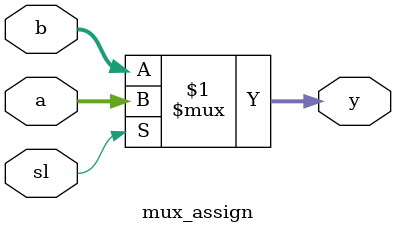
<source format=v>

module 	muxt(in0, in1, sel, out);
// Declaración Inputs y Outputs
input [7:0]	 in0, in1;
input	      sel;
output [7:0]	 out;
// Descripción de los nodos internos
wire [7:0]	 y0;
// Conexionado por orden
mux_always mux0(in0, in1, sel, y0);
// Conexionado por nombre
mux_assign mux1(.y(out), .b(in1), .a(y0), .sl(sel));
endmodule

module     mux_always
(
    input	[7:0]	a, b,
    input		sl,
    output reg 	[7:0]	y
) ;
always @(a or b or sl)
	if (sl == 1)
		y = a;
	else
		y = b;

endmodule
module     mux_assign
(
    input	[7:0]	a, b,
    input		sl,
    output reg 	[7:0]	y
) ;

assign #1 y = (sl) ? a : b;
endmodule



</source>
